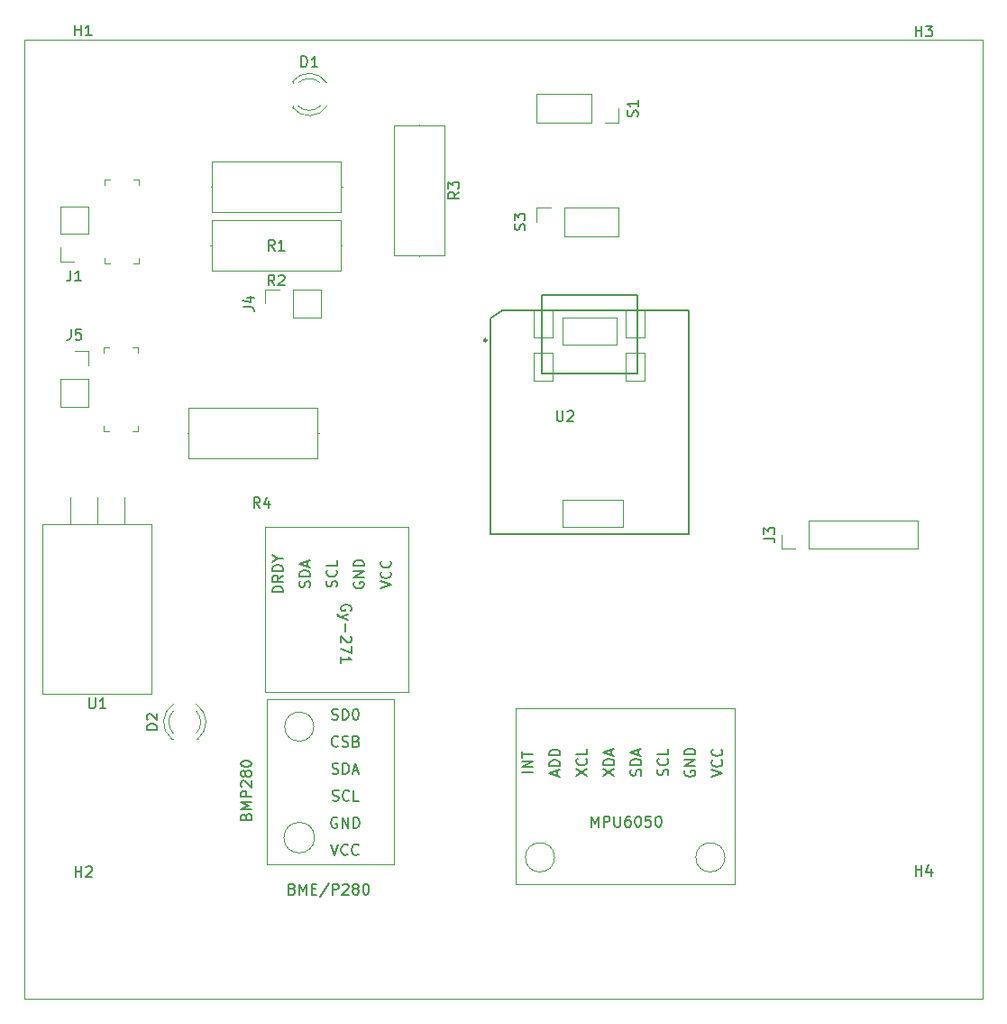
<source format=gbr>
%TF.GenerationSoftware,KiCad,Pcbnew,(7.0.0)*%
%TF.CreationDate,2023-11-26T16:52:19-05:00*%
%TF.ProjectId,santiago,73616e74-6961-4676-9f2e-6b696361645f,rev?*%
%TF.SameCoordinates,Original*%
%TF.FileFunction,Legend,Top*%
%TF.FilePolarity,Positive*%
%FSLAX46Y46*%
G04 Gerber Fmt 4.6, Leading zero omitted, Abs format (unit mm)*
G04 Created by KiCad (PCBNEW (7.0.0)) date 2023-11-26 16:52:19*
%MOMM*%
%LPD*%
G01*
G04 APERTURE LIST*
%ADD10C,0.150000*%
%ADD11C,0.120000*%
%ADD12C,0.127000*%
%ADD13C,0.066040*%
%ADD14C,0.254000*%
%ADD15C,0.100000*%
%TA.AperFunction,Profile*%
%ADD16C,0.100000*%
%TD*%
G04 APERTURE END LIST*
D10*
%TO.C,S3*%
X119484761Y-55092904D02*
X119532380Y-54950047D01*
X119532380Y-54950047D02*
X119532380Y-54711952D01*
X119532380Y-54711952D02*
X119484761Y-54616714D01*
X119484761Y-54616714D02*
X119437142Y-54569095D01*
X119437142Y-54569095D02*
X119341904Y-54521476D01*
X119341904Y-54521476D02*
X119246666Y-54521476D01*
X119246666Y-54521476D02*
X119151428Y-54569095D01*
X119151428Y-54569095D02*
X119103809Y-54616714D01*
X119103809Y-54616714D02*
X119056190Y-54711952D01*
X119056190Y-54711952D02*
X119008571Y-54902428D01*
X119008571Y-54902428D02*
X118960952Y-54997666D01*
X118960952Y-54997666D02*
X118913333Y-55045285D01*
X118913333Y-55045285D02*
X118818095Y-55092904D01*
X118818095Y-55092904D02*
X118722857Y-55092904D01*
X118722857Y-55092904D02*
X118627619Y-55045285D01*
X118627619Y-55045285D02*
X118580000Y-54997666D01*
X118580000Y-54997666D02*
X118532380Y-54902428D01*
X118532380Y-54902428D02*
X118532380Y-54664333D01*
X118532380Y-54664333D02*
X118580000Y-54521476D01*
X118532380Y-54188142D02*
X118532380Y-53569095D01*
X118532380Y-53569095D02*
X118913333Y-53902428D01*
X118913333Y-53902428D02*
X118913333Y-53759571D01*
X118913333Y-53759571D02*
X118960952Y-53664333D01*
X118960952Y-53664333D02*
X119008571Y-53616714D01*
X119008571Y-53616714D02*
X119103809Y-53569095D01*
X119103809Y-53569095D02*
X119341904Y-53569095D01*
X119341904Y-53569095D02*
X119437142Y-53616714D01*
X119437142Y-53616714D02*
X119484761Y-53664333D01*
X119484761Y-53664333D02*
X119532380Y-53759571D01*
X119532380Y-53759571D02*
X119532380Y-54045285D01*
X119532380Y-54045285D02*
X119484761Y-54140523D01*
X119484761Y-54140523D02*
X119437142Y-54188142D01*
%TO.C,U1*%
X78598095Y-98987380D02*
X78598095Y-99796904D01*
X78598095Y-99796904D02*
X78645714Y-99892142D01*
X78645714Y-99892142D02*
X78693333Y-99939761D01*
X78693333Y-99939761D02*
X78788571Y-99987380D01*
X78788571Y-99987380D02*
X78979047Y-99987380D01*
X78979047Y-99987380D02*
X79074285Y-99939761D01*
X79074285Y-99939761D02*
X79121904Y-99892142D01*
X79121904Y-99892142D02*
X79169523Y-99796904D01*
X79169523Y-99796904D02*
X79169523Y-98987380D01*
X80169523Y-99987380D02*
X79598095Y-99987380D01*
X79883809Y-99987380D02*
X79883809Y-98987380D01*
X79883809Y-98987380D02*
X79788571Y-99130238D01*
X79788571Y-99130238D02*
X79693333Y-99225476D01*
X79693333Y-99225476D02*
X79598095Y-99273095D01*
%TO.C,Gy-271*%
X103202000Y-90811333D02*
X103249619Y-90716095D01*
X103249619Y-90716095D02*
X103249619Y-90573238D01*
X103249619Y-90573238D02*
X103202000Y-90430381D01*
X103202000Y-90430381D02*
X103106761Y-90335143D01*
X103106761Y-90335143D02*
X103011523Y-90287524D01*
X103011523Y-90287524D02*
X102821047Y-90239905D01*
X102821047Y-90239905D02*
X102678190Y-90239905D01*
X102678190Y-90239905D02*
X102487714Y-90287524D01*
X102487714Y-90287524D02*
X102392476Y-90335143D01*
X102392476Y-90335143D02*
X102297238Y-90430381D01*
X102297238Y-90430381D02*
X102249619Y-90573238D01*
X102249619Y-90573238D02*
X102249619Y-90668476D01*
X102249619Y-90668476D02*
X102297238Y-90811333D01*
X102297238Y-90811333D02*
X102344857Y-90858952D01*
X102344857Y-90858952D02*
X102678190Y-90858952D01*
X102678190Y-90858952D02*
X102678190Y-90668476D01*
X102916285Y-91192286D02*
X102249619Y-91430381D01*
X102916285Y-91668476D02*
X102249619Y-91430381D01*
X102249619Y-91430381D02*
X102011523Y-91335143D01*
X102011523Y-91335143D02*
X101963904Y-91287524D01*
X101963904Y-91287524D02*
X101916285Y-91192286D01*
X102630571Y-92049429D02*
X102630571Y-92811334D01*
X103154380Y-93239905D02*
X103202000Y-93287524D01*
X103202000Y-93287524D02*
X103249619Y-93382762D01*
X103249619Y-93382762D02*
X103249619Y-93620857D01*
X103249619Y-93620857D02*
X103202000Y-93716095D01*
X103202000Y-93716095D02*
X103154380Y-93763714D01*
X103154380Y-93763714D02*
X103059142Y-93811333D01*
X103059142Y-93811333D02*
X102963904Y-93811333D01*
X102963904Y-93811333D02*
X102821047Y-93763714D01*
X102821047Y-93763714D02*
X102249619Y-93192286D01*
X102249619Y-93192286D02*
X102249619Y-93811333D01*
X103249619Y-94144667D02*
X103249619Y-94811333D01*
X103249619Y-94811333D02*
X102249619Y-94382762D01*
X102249619Y-95716095D02*
X102249619Y-95144667D01*
X102249619Y-95430381D02*
X103249619Y-95430381D01*
X103249619Y-95430381D02*
X103106761Y-95335143D01*
X103106761Y-95335143D02*
X103011523Y-95239905D01*
X103011523Y-95239905D02*
X102963904Y-95144667D01*
X96815380Y-89086475D02*
X95815380Y-89086475D01*
X95815380Y-89086475D02*
X95815380Y-88848380D01*
X95815380Y-88848380D02*
X95863000Y-88705523D01*
X95863000Y-88705523D02*
X95958238Y-88610285D01*
X95958238Y-88610285D02*
X96053476Y-88562666D01*
X96053476Y-88562666D02*
X96243952Y-88515047D01*
X96243952Y-88515047D02*
X96386809Y-88515047D01*
X96386809Y-88515047D02*
X96577285Y-88562666D01*
X96577285Y-88562666D02*
X96672523Y-88610285D01*
X96672523Y-88610285D02*
X96767761Y-88705523D01*
X96767761Y-88705523D02*
X96815380Y-88848380D01*
X96815380Y-88848380D02*
X96815380Y-89086475D01*
X96815380Y-87515047D02*
X96339190Y-87848380D01*
X96815380Y-88086475D02*
X95815380Y-88086475D01*
X95815380Y-88086475D02*
X95815380Y-87705523D01*
X95815380Y-87705523D02*
X95863000Y-87610285D01*
X95863000Y-87610285D02*
X95910619Y-87562666D01*
X95910619Y-87562666D02*
X96005857Y-87515047D01*
X96005857Y-87515047D02*
X96148714Y-87515047D01*
X96148714Y-87515047D02*
X96243952Y-87562666D01*
X96243952Y-87562666D02*
X96291571Y-87610285D01*
X96291571Y-87610285D02*
X96339190Y-87705523D01*
X96339190Y-87705523D02*
X96339190Y-88086475D01*
X96815380Y-87086475D02*
X95815380Y-87086475D01*
X95815380Y-87086475D02*
X95815380Y-86848380D01*
X95815380Y-86848380D02*
X95863000Y-86705523D01*
X95863000Y-86705523D02*
X95958238Y-86610285D01*
X95958238Y-86610285D02*
X96053476Y-86562666D01*
X96053476Y-86562666D02*
X96243952Y-86515047D01*
X96243952Y-86515047D02*
X96386809Y-86515047D01*
X96386809Y-86515047D02*
X96577285Y-86562666D01*
X96577285Y-86562666D02*
X96672523Y-86610285D01*
X96672523Y-86610285D02*
X96767761Y-86705523D01*
X96767761Y-86705523D02*
X96815380Y-86848380D01*
X96815380Y-86848380D02*
X96815380Y-87086475D01*
X96339190Y-85895999D02*
X96815380Y-85895999D01*
X95815380Y-86229332D02*
X96339190Y-85895999D01*
X96339190Y-85895999D02*
X95815380Y-85562666D01*
X105975380Y-88729332D02*
X106975380Y-88395999D01*
X106975380Y-88395999D02*
X105975380Y-88062666D01*
X106880142Y-87157904D02*
X106927761Y-87205523D01*
X106927761Y-87205523D02*
X106975380Y-87348380D01*
X106975380Y-87348380D02*
X106975380Y-87443618D01*
X106975380Y-87443618D02*
X106927761Y-87586475D01*
X106927761Y-87586475D02*
X106832523Y-87681713D01*
X106832523Y-87681713D02*
X106737285Y-87729332D01*
X106737285Y-87729332D02*
X106546809Y-87776951D01*
X106546809Y-87776951D02*
X106403952Y-87776951D01*
X106403952Y-87776951D02*
X106213476Y-87729332D01*
X106213476Y-87729332D02*
X106118238Y-87681713D01*
X106118238Y-87681713D02*
X106023000Y-87586475D01*
X106023000Y-87586475D02*
X105975380Y-87443618D01*
X105975380Y-87443618D02*
X105975380Y-87348380D01*
X105975380Y-87348380D02*
X106023000Y-87205523D01*
X106023000Y-87205523D02*
X106070619Y-87157904D01*
X106880142Y-86157904D02*
X106927761Y-86205523D01*
X106927761Y-86205523D02*
X106975380Y-86348380D01*
X106975380Y-86348380D02*
X106975380Y-86443618D01*
X106975380Y-86443618D02*
X106927761Y-86586475D01*
X106927761Y-86586475D02*
X106832523Y-86681713D01*
X106832523Y-86681713D02*
X106737285Y-86729332D01*
X106737285Y-86729332D02*
X106546809Y-86776951D01*
X106546809Y-86776951D02*
X106403952Y-86776951D01*
X106403952Y-86776951D02*
X106213476Y-86729332D01*
X106213476Y-86729332D02*
X106118238Y-86681713D01*
X106118238Y-86681713D02*
X106023000Y-86586475D01*
X106023000Y-86586475D02*
X105975380Y-86443618D01*
X105975380Y-86443618D02*
X105975380Y-86348380D01*
X105975380Y-86348380D02*
X106023000Y-86205523D01*
X106023000Y-86205523D02*
X106070619Y-86157904D01*
X101847761Y-88586475D02*
X101895380Y-88443618D01*
X101895380Y-88443618D02*
X101895380Y-88205523D01*
X101895380Y-88205523D02*
X101847761Y-88110285D01*
X101847761Y-88110285D02*
X101800142Y-88062666D01*
X101800142Y-88062666D02*
X101704904Y-88015047D01*
X101704904Y-88015047D02*
X101609666Y-88015047D01*
X101609666Y-88015047D02*
X101514428Y-88062666D01*
X101514428Y-88062666D02*
X101466809Y-88110285D01*
X101466809Y-88110285D02*
X101419190Y-88205523D01*
X101419190Y-88205523D02*
X101371571Y-88395999D01*
X101371571Y-88395999D02*
X101323952Y-88491237D01*
X101323952Y-88491237D02*
X101276333Y-88538856D01*
X101276333Y-88538856D02*
X101181095Y-88586475D01*
X101181095Y-88586475D02*
X101085857Y-88586475D01*
X101085857Y-88586475D02*
X100990619Y-88538856D01*
X100990619Y-88538856D02*
X100943000Y-88491237D01*
X100943000Y-88491237D02*
X100895380Y-88395999D01*
X100895380Y-88395999D02*
X100895380Y-88157904D01*
X100895380Y-88157904D02*
X100943000Y-88015047D01*
X101800142Y-87015047D02*
X101847761Y-87062666D01*
X101847761Y-87062666D02*
X101895380Y-87205523D01*
X101895380Y-87205523D02*
X101895380Y-87300761D01*
X101895380Y-87300761D02*
X101847761Y-87443618D01*
X101847761Y-87443618D02*
X101752523Y-87538856D01*
X101752523Y-87538856D02*
X101657285Y-87586475D01*
X101657285Y-87586475D02*
X101466809Y-87634094D01*
X101466809Y-87634094D02*
X101323952Y-87634094D01*
X101323952Y-87634094D02*
X101133476Y-87586475D01*
X101133476Y-87586475D02*
X101038238Y-87538856D01*
X101038238Y-87538856D02*
X100943000Y-87443618D01*
X100943000Y-87443618D02*
X100895380Y-87300761D01*
X100895380Y-87300761D02*
X100895380Y-87205523D01*
X100895380Y-87205523D02*
X100943000Y-87062666D01*
X100943000Y-87062666D02*
X100990619Y-87015047D01*
X101895380Y-86110285D02*
X101895380Y-86586475D01*
X101895380Y-86586475D02*
X100895380Y-86586475D01*
X103483000Y-88157904D02*
X103435380Y-88253142D01*
X103435380Y-88253142D02*
X103435380Y-88395999D01*
X103435380Y-88395999D02*
X103483000Y-88538856D01*
X103483000Y-88538856D02*
X103578238Y-88634094D01*
X103578238Y-88634094D02*
X103673476Y-88681713D01*
X103673476Y-88681713D02*
X103863952Y-88729332D01*
X103863952Y-88729332D02*
X104006809Y-88729332D01*
X104006809Y-88729332D02*
X104197285Y-88681713D01*
X104197285Y-88681713D02*
X104292523Y-88634094D01*
X104292523Y-88634094D02*
X104387761Y-88538856D01*
X104387761Y-88538856D02*
X104435380Y-88395999D01*
X104435380Y-88395999D02*
X104435380Y-88300761D01*
X104435380Y-88300761D02*
X104387761Y-88157904D01*
X104387761Y-88157904D02*
X104340142Y-88110285D01*
X104340142Y-88110285D02*
X104006809Y-88110285D01*
X104006809Y-88110285D02*
X104006809Y-88300761D01*
X104435380Y-87681713D02*
X103435380Y-87681713D01*
X103435380Y-87681713D02*
X104435380Y-87110285D01*
X104435380Y-87110285D02*
X103435380Y-87110285D01*
X104435380Y-86634094D02*
X103435380Y-86634094D01*
X103435380Y-86634094D02*
X103435380Y-86395999D01*
X103435380Y-86395999D02*
X103483000Y-86253142D01*
X103483000Y-86253142D02*
X103578238Y-86157904D01*
X103578238Y-86157904D02*
X103673476Y-86110285D01*
X103673476Y-86110285D02*
X103863952Y-86062666D01*
X103863952Y-86062666D02*
X104006809Y-86062666D01*
X104006809Y-86062666D02*
X104197285Y-86110285D01*
X104197285Y-86110285D02*
X104292523Y-86157904D01*
X104292523Y-86157904D02*
X104387761Y-86253142D01*
X104387761Y-86253142D02*
X104435380Y-86395999D01*
X104435380Y-86395999D02*
X104435380Y-86634094D01*
X99307761Y-88610285D02*
X99355380Y-88467428D01*
X99355380Y-88467428D02*
X99355380Y-88229333D01*
X99355380Y-88229333D02*
X99307761Y-88134095D01*
X99307761Y-88134095D02*
X99260142Y-88086476D01*
X99260142Y-88086476D02*
X99164904Y-88038857D01*
X99164904Y-88038857D02*
X99069666Y-88038857D01*
X99069666Y-88038857D02*
X98974428Y-88086476D01*
X98974428Y-88086476D02*
X98926809Y-88134095D01*
X98926809Y-88134095D02*
X98879190Y-88229333D01*
X98879190Y-88229333D02*
X98831571Y-88419809D01*
X98831571Y-88419809D02*
X98783952Y-88515047D01*
X98783952Y-88515047D02*
X98736333Y-88562666D01*
X98736333Y-88562666D02*
X98641095Y-88610285D01*
X98641095Y-88610285D02*
X98545857Y-88610285D01*
X98545857Y-88610285D02*
X98450619Y-88562666D01*
X98450619Y-88562666D02*
X98403000Y-88515047D01*
X98403000Y-88515047D02*
X98355380Y-88419809D01*
X98355380Y-88419809D02*
X98355380Y-88181714D01*
X98355380Y-88181714D02*
X98403000Y-88038857D01*
X99355380Y-87610285D02*
X98355380Y-87610285D01*
X98355380Y-87610285D02*
X98355380Y-87372190D01*
X98355380Y-87372190D02*
X98403000Y-87229333D01*
X98403000Y-87229333D02*
X98498238Y-87134095D01*
X98498238Y-87134095D02*
X98593476Y-87086476D01*
X98593476Y-87086476D02*
X98783952Y-87038857D01*
X98783952Y-87038857D02*
X98926809Y-87038857D01*
X98926809Y-87038857D02*
X99117285Y-87086476D01*
X99117285Y-87086476D02*
X99212523Y-87134095D01*
X99212523Y-87134095D02*
X99307761Y-87229333D01*
X99307761Y-87229333D02*
X99355380Y-87372190D01*
X99355380Y-87372190D02*
X99355380Y-87610285D01*
X99069666Y-86657904D02*
X99069666Y-86181714D01*
X99355380Y-86753142D02*
X98355380Y-86419809D01*
X98355380Y-86419809D02*
X99355380Y-86086476D01*
%TO.C,U2*%
X122518095Y-72047380D02*
X122518095Y-72856904D01*
X122518095Y-72856904D02*
X122565714Y-72952142D01*
X122565714Y-72952142D02*
X122613333Y-72999761D01*
X122613333Y-72999761D02*
X122708571Y-73047380D01*
X122708571Y-73047380D02*
X122899047Y-73047380D01*
X122899047Y-73047380D02*
X122994285Y-72999761D01*
X122994285Y-72999761D02*
X123041904Y-72952142D01*
X123041904Y-72952142D02*
X123089523Y-72856904D01*
X123089523Y-72856904D02*
X123089523Y-72047380D01*
X123518095Y-72142619D02*
X123565714Y-72095000D01*
X123565714Y-72095000D02*
X123660952Y-72047380D01*
X123660952Y-72047380D02*
X123899047Y-72047380D01*
X123899047Y-72047380D02*
X123994285Y-72095000D01*
X123994285Y-72095000D02*
X124041904Y-72142619D01*
X124041904Y-72142619D02*
X124089523Y-72237857D01*
X124089523Y-72237857D02*
X124089523Y-72333095D01*
X124089523Y-72333095D02*
X124041904Y-72475952D01*
X124041904Y-72475952D02*
X123470476Y-73047380D01*
X123470476Y-73047380D02*
X124089523Y-73047380D01*
%TO.C,R4*%
X94641333Y-81169380D02*
X94308000Y-80693190D01*
X94069905Y-81169380D02*
X94069905Y-80169380D01*
X94069905Y-80169380D02*
X94450857Y-80169380D01*
X94450857Y-80169380D02*
X94546095Y-80217000D01*
X94546095Y-80217000D02*
X94593714Y-80264619D01*
X94593714Y-80264619D02*
X94641333Y-80359857D01*
X94641333Y-80359857D02*
X94641333Y-80502714D01*
X94641333Y-80502714D02*
X94593714Y-80597952D01*
X94593714Y-80597952D02*
X94546095Y-80645571D01*
X94546095Y-80645571D02*
X94450857Y-80693190D01*
X94450857Y-80693190D02*
X94069905Y-80693190D01*
X95498476Y-80502714D02*
X95498476Y-81169380D01*
X95260381Y-80121761D02*
X95022286Y-80836047D01*
X95022286Y-80836047D02*
X95641333Y-80836047D01*
%TO.C,R3*%
X113334260Y-51529486D02*
X112858070Y-51862819D01*
X113334260Y-52100914D02*
X112334260Y-52100914D01*
X112334260Y-52100914D02*
X112334260Y-51719962D01*
X112334260Y-51719962D02*
X112381880Y-51624724D01*
X112381880Y-51624724D02*
X112429499Y-51577105D01*
X112429499Y-51577105D02*
X112524737Y-51529486D01*
X112524737Y-51529486D02*
X112667594Y-51529486D01*
X112667594Y-51529486D02*
X112762832Y-51577105D01*
X112762832Y-51577105D02*
X112810451Y-51624724D01*
X112810451Y-51624724D02*
X112858070Y-51719962D01*
X112858070Y-51719962D02*
X112858070Y-52100914D01*
X112334260Y-51196152D02*
X112334260Y-50577105D01*
X112334260Y-50577105D02*
X112715213Y-50910438D01*
X112715213Y-50910438D02*
X112715213Y-50767581D01*
X112715213Y-50767581D02*
X112762832Y-50672343D01*
X112762832Y-50672343D02*
X112810451Y-50624724D01*
X112810451Y-50624724D02*
X112905689Y-50577105D01*
X112905689Y-50577105D02*
X113143784Y-50577105D01*
X113143784Y-50577105D02*
X113239022Y-50624724D01*
X113239022Y-50624724D02*
X113286641Y-50672343D01*
X113286641Y-50672343D02*
X113334260Y-50767581D01*
X113334260Y-50767581D02*
X113334260Y-51053295D01*
X113334260Y-51053295D02*
X113286641Y-51148533D01*
X113286641Y-51148533D02*
X113239022Y-51196152D01*
%TO.C,D2*%
X84987380Y-102023094D02*
X83987380Y-102023094D01*
X83987380Y-102023094D02*
X83987380Y-101784999D01*
X83987380Y-101784999D02*
X84035000Y-101642142D01*
X84035000Y-101642142D02*
X84130238Y-101546904D01*
X84130238Y-101546904D02*
X84225476Y-101499285D01*
X84225476Y-101499285D02*
X84415952Y-101451666D01*
X84415952Y-101451666D02*
X84558809Y-101451666D01*
X84558809Y-101451666D02*
X84749285Y-101499285D01*
X84749285Y-101499285D02*
X84844523Y-101546904D01*
X84844523Y-101546904D02*
X84939761Y-101642142D01*
X84939761Y-101642142D02*
X84987380Y-101784999D01*
X84987380Y-101784999D02*
X84987380Y-102023094D01*
X84082619Y-101070713D02*
X84035000Y-101023094D01*
X84035000Y-101023094D02*
X83987380Y-100927856D01*
X83987380Y-100927856D02*
X83987380Y-100689761D01*
X83987380Y-100689761D02*
X84035000Y-100594523D01*
X84035000Y-100594523D02*
X84082619Y-100546904D01*
X84082619Y-100546904D02*
X84177857Y-100499285D01*
X84177857Y-100499285D02*
X84273095Y-100499285D01*
X84273095Y-100499285D02*
X84415952Y-100546904D01*
X84415952Y-100546904D02*
X84987380Y-101118332D01*
X84987380Y-101118332D02*
X84987380Y-100499285D01*
%TO.C,D1*%
X98526905Y-39787380D02*
X98526905Y-38787380D01*
X98526905Y-38787380D02*
X98765000Y-38787380D01*
X98765000Y-38787380D02*
X98907857Y-38835000D01*
X98907857Y-38835000D02*
X99003095Y-38930238D01*
X99003095Y-38930238D02*
X99050714Y-39025476D01*
X99050714Y-39025476D02*
X99098333Y-39215952D01*
X99098333Y-39215952D02*
X99098333Y-39358809D01*
X99098333Y-39358809D02*
X99050714Y-39549285D01*
X99050714Y-39549285D02*
X99003095Y-39644523D01*
X99003095Y-39644523D02*
X98907857Y-39739761D01*
X98907857Y-39739761D02*
X98765000Y-39787380D01*
X98765000Y-39787380D02*
X98526905Y-39787380D01*
X100050714Y-39787380D02*
X99479286Y-39787380D01*
X99765000Y-39787380D02*
X99765000Y-38787380D01*
X99765000Y-38787380D02*
X99669762Y-38930238D01*
X99669762Y-38930238D02*
X99574524Y-39025476D01*
X99574524Y-39025476D02*
X99479286Y-39073095D01*
%TO.C,H3*%
X156208095Y-36927380D02*
X156208095Y-35927380D01*
X156208095Y-36403571D02*
X156779523Y-36403571D01*
X156779523Y-36927380D02*
X156779523Y-35927380D01*
X157160476Y-35927380D02*
X157779523Y-35927380D01*
X157779523Y-35927380D02*
X157446190Y-36308333D01*
X157446190Y-36308333D02*
X157589047Y-36308333D01*
X157589047Y-36308333D02*
X157684285Y-36355952D01*
X157684285Y-36355952D02*
X157731904Y-36403571D01*
X157731904Y-36403571D02*
X157779523Y-36498809D01*
X157779523Y-36498809D02*
X157779523Y-36736904D01*
X157779523Y-36736904D02*
X157731904Y-36832142D01*
X157731904Y-36832142D02*
X157684285Y-36879761D01*
X157684285Y-36879761D02*
X157589047Y-36927380D01*
X157589047Y-36927380D02*
X157303333Y-36927380D01*
X157303333Y-36927380D02*
X157208095Y-36879761D01*
X157208095Y-36879761D02*
X157160476Y-36832142D01*
%TO.C,H1*%
X77278095Y-36847380D02*
X77278095Y-35847380D01*
X77278095Y-36323571D02*
X77849523Y-36323571D01*
X77849523Y-36847380D02*
X77849523Y-35847380D01*
X78849523Y-36847380D02*
X78278095Y-36847380D01*
X78563809Y-36847380D02*
X78563809Y-35847380D01*
X78563809Y-35847380D02*
X78468571Y-35990238D01*
X78468571Y-35990238D02*
X78373333Y-36085476D01*
X78373333Y-36085476D02*
X78278095Y-36133095D01*
%TO.C,H2*%
X77298095Y-115817380D02*
X77298095Y-114817380D01*
X77298095Y-115293571D02*
X77869523Y-115293571D01*
X77869523Y-115817380D02*
X77869523Y-114817380D01*
X78298095Y-114912619D02*
X78345714Y-114865000D01*
X78345714Y-114865000D02*
X78440952Y-114817380D01*
X78440952Y-114817380D02*
X78679047Y-114817380D01*
X78679047Y-114817380D02*
X78774285Y-114865000D01*
X78774285Y-114865000D02*
X78821904Y-114912619D01*
X78821904Y-114912619D02*
X78869523Y-115007857D01*
X78869523Y-115007857D02*
X78869523Y-115103095D01*
X78869523Y-115103095D02*
X78821904Y-115245952D01*
X78821904Y-115245952D02*
X78250476Y-115817380D01*
X78250476Y-115817380D02*
X78869523Y-115817380D01*
%TO.C,H4*%
X156218095Y-115687380D02*
X156218095Y-114687380D01*
X156218095Y-115163571D02*
X156789523Y-115163571D01*
X156789523Y-115687380D02*
X156789523Y-114687380D01*
X157694285Y-115020714D02*
X157694285Y-115687380D01*
X157456190Y-114639761D02*
X157218095Y-115354047D01*
X157218095Y-115354047D02*
X157837142Y-115354047D01*
%TO.C,S1*%
X130089761Y-44449904D02*
X130137380Y-44307047D01*
X130137380Y-44307047D02*
X130137380Y-44068952D01*
X130137380Y-44068952D02*
X130089761Y-43973714D01*
X130089761Y-43973714D02*
X130042142Y-43926095D01*
X130042142Y-43926095D02*
X129946904Y-43878476D01*
X129946904Y-43878476D02*
X129851666Y-43878476D01*
X129851666Y-43878476D02*
X129756428Y-43926095D01*
X129756428Y-43926095D02*
X129708809Y-43973714D01*
X129708809Y-43973714D02*
X129661190Y-44068952D01*
X129661190Y-44068952D02*
X129613571Y-44259428D01*
X129613571Y-44259428D02*
X129565952Y-44354666D01*
X129565952Y-44354666D02*
X129518333Y-44402285D01*
X129518333Y-44402285D02*
X129423095Y-44449904D01*
X129423095Y-44449904D02*
X129327857Y-44449904D01*
X129327857Y-44449904D02*
X129232619Y-44402285D01*
X129232619Y-44402285D02*
X129185000Y-44354666D01*
X129185000Y-44354666D02*
X129137380Y-44259428D01*
X129137380Y-44259428D02*
X129137380Y-44021333D01*
X129137380Y-44021333D02*
X129185000Y-43878476D01*
X130137380Y-42926095D02*
X130137380Y-43497523D01*
X130137380Y-43211809D02*
X129137380Y-43211809D01*
X129137380Y-43211809D02*
X129280238Y-43307047D01*
X129280238Y-43307047D02*
X129375476Y-43402285D01*
X129375476Y-43402285D02*
X129423095Y-43497523D01*
%TO.C,R2*%
X96003333Y-60307380D02*
X95670000Y-59831190D01*
X95431905Y-60307380D02*
X95431905Y-59307380D01*
X95431905Y-59307380D02*
X95812857Y-59307380D01*
X95812857Y-59307380D02*
X95908095Y-59355000D01*
X95908095Y-59355000D02*
X95955714Y-59402619D01*
X95955714Y-59402619D02*
X96003333Y-59497857D01*
X96003333Y-59497857D02*
X96003333Y-59640714D01*
X96003333Y-59640714D02*
X95955714Y-59735952D01*
X95955714Y-59735952D02*
X95908095Y-59783571D01*
X95908095Y-59783571D02*
X95812857Y-59831190D01*
X95812857Y-59831190D02*
X95431905Y-59831190D01*
X96384286Y-59402619D02*
X96431905Y-59355000D01*
X96431905Y-59355000D02*
X96527143Y-59307380D01*
X96527143Y-59307380D02*
X96765238Y-59307380D01*
X96765238Y-59307380D02*
X96860476Y-59355000D01*
X96860476Y-59355000D02*
X96908095Y-59402619D01*
X96908095Y-59402619D02*
X96955714Y-59497857D01*
X96955714Y-59497857D02*
X96955714Y-59593095D01*
X96955714Y-59593095D02*
X96908095Y-59735952D01*
X96908095Y-59735952D02*
X96336667Y-60307380D01*
X96336667Y-60307380D02*
X96955714Y-60307380D01*
%TO.C,R1*%
X96013333Y-57009380D02*
X95680000Y-56533190D01*
X95441905Y-57009380D02*
X95441905Y-56009380D01*
X95441905Y-56009380D02*
X95822857Y-56009380D01*
X95822857Y-56009380D02*
X95918095Y-56057000D01*
X95918095Y-56057000D02*
X95965714Y-56104619D01*
X95965714Y-56104619D02*
X96013333Y-56199857D01*
X96013333Y-56199857D02*
X96013333Y-56342714D01*
X96013333Y-56342714D02*
X95965714Y-56437952D01*
X95965714Y-56437952D02*
X95918095Y-56485571D01*
X95918095Y-56485571D02*
X95822857Y-56533190D01*
X95822857Y-56533190D02*
X95441905Y-56533190D01*
X96965714Y-57009380D02*
X96394286Y-57009380D01*
X96680000Y-57009380D02*
X96680000Y-56009380D01*
X96680000Y-56009380D02*
X96584762Y-56152238D01*
X96584762Y-56152238D02*
X96489524Y-56247476D01*
X96489524Y-56247476D02*
X96394286Y-56295095D01*
%TO.C,MPU6050*%
X125770095Y-111111380D02*
X125770095Y-110111380D01*
X125770095Y-110111380D02*
X126103428Y-110825666D01*
X126103428Y-110825666D02*
X126436761Y-110111380D01*
X126436761Y-110111380D02*
X126436761Y-111111380D01*
X126912952Y-111111380D02*
X126912952Y-110111380D01*
X126912952Y-110111380D02*
X127293904Y-110111380D01*
X127293904Y-110111380D02*
X127389142Y-110159000D01*
X127389142Y-110159000D02*
X127436761Y-110206619D01*
X127436761Y-110206619D02*
X127484380Y-110301857D01*
X127484380Y-110301857D02*
X127484380Y-110444714D01*
X127484380Y-110444714D02*
X127436761Y-110539952D01*
X127436761Y-110539952D02*
X127389142Y-110587571D01*
X127389142Y-110587571D02*
X127293904Y-110635190D01*
X127293904Y-110635190D02*
X126912952Y-110635190D01*
X127912952Y-110111380D02*
X127912952Y-110920904D01*
X127912952Y-110920904D02*
X127960571Y-111016142D01*
X127960571Y-111016142D02*
X128008190Y-111063761D01*
X128008190Y-111063761D02*
X128103428Y-111111380D01*
X128103428Y-111111380D02*
X128293904Y-111111380D01*
X128293904Y-111111380D02*
X128389142Y-111063761D01*
X128389142Y-111063761D02*
X128436761Y-111016142D01*
X128436761Y-111016142D02*
X128484380Y-110920904D01*
X128484380Y-110920904D02*
X128484380Y-110111380D01*
X129389142Y-110111380D02*
X129198666Y-110111380D01*
X129198666Y-110111380D02*
X129103428Y-110159000D01*
X129103428Y-110159000D02*
X129055809Y-110206619D01*
X129055809Y-110206619D02*
X128960571Y-110349476D01*
X128960571Y-110349476D02*
X128912952Y-110539952D01*
X128912952Y-110539952D02*
X128912952Y-110920904D01*
X128912952Y-110920904D02*
X128960571Y-111016142D01*
X128960571Y-111016142D02*
X129008190Y-111063761D01*
X129008190Y-111063761D02*
X129103428Y-111111380D01*
X129103428Y-111111380D02*
X129293904Y-111111380D01*
X129293904Y-111111380D02*
X129389142Y-111063761D01*
X129389142Y-111063761D02*
X129436761Y-111016142D01*
X129436761Y-111016142D02*
X129484380Y-110920904D01*
X129484380Y-110920904D02*
X129484380Y-110682809D01*
X129484380Y-110682809D02*
X129436761Y-110587571D01*
X129436761Y-110587571D02*
X129389142Y-110539952D01*
X129389142Y-110539952D02*
X129293904Y-110492333D01*
X129293904Y-110492333D02*
X129103428Y-110492333D01*
X129103428Y-110492333D02*
X129008190Y-110539952D01*
X129008190Y-110539952D02*
X128960571Y-110587571D01*
X128960571Y-110587571D02*
X128912952Y-110682809D01*
X130103428Y-110111380D02*
X130198666Y-110111380D01*
X130198666Y-110111380D02*
X130293904Y-110159000D01*
X130293904Y-110159000D02*
X130341523Y-110206619D01*
X130341523Y-110206619D02*
X130389142Y-110301857D01*
X130389142Y-110301857D02*
X130436761Y-110492333D01*
X130436761Y-110492333D02*
X130436761Y-110730428D01*
X130436761Y-110730428D02*
X130389142Y-110920904D01*
X130389142Y-110920904D02*
X130341523Y-111016142D01*
X130341523Y-111016142D02*
X130293904Y-111063761D01*
X130293904Y-111063761D02*
X130198666Y-111111380D01*
X130198666Y-111111380D02*
X130103428Y-111111380D01*
X130103428Y-111111380D02*
X130008190Y-111063761D01*
X130008190Y-111063761D02*
X129960571Y-111016142D01*
X129960571Y-111016142D02*
X129912952Y-110920904D01*
X129912952Y-110920904D02*
X129865333Y-110730428D01*
X129865333Y-110730428D02*
X129865333Y-110492333D01*
X129865333Y-110492333D02*
X129912952Y-110301857D01*
X129912952Y-110301857D02*
X129960571Y-110206619D01*
X129960571Y-110206619D02*
X130008190Y-110159000D01*
X130008190Y-110159000D02*
X130103428Y-110111380D01*
X131341523Y-110111380D02*
X130865333Y-110111380D01*
X130865333Y-110111380D02*
X130817714Y-110587571D01*
X130817714Y-110587571D02*
X130865333Y-110539952D01*
X130865333Y-110539952D02*
X130960571Y-110492333D01*
X130960571Y-110492333D02*
X131198666Y-110492333D01*
X131198666Y-110492333D02*
X131293904Y-110539952D01*
X131293904Y-110539952D02*
X131341523Y-110587571D01*
X131341523Y-110587571D02*
X131389142Y-110682809D01*
X131389142Y-110682809D02*
X131389142Y-110920904D01*
X131389142Y-110920904D02*
X131341523Y-111016142D01*
X131341523Y-111016142D02*
X131293904Y-111063761D01*
X131293904Y-111063761D02*
X131198666Y-111111380D01*
X131198666Y-111111380D02*
X130960571Y-111111380D01*
X130960571Y-111111380D02*
X130865333Y-111063761D01*
X130865333Y-111063761D02*
X130817714Y-111016142D01*
X132008190Y-110111380D02*
X132103428Y-110111380D01*
X132103428Y-110111380D02*
X132198666Y-110159000D01*
X132198666Y-110159000D02*
X132246285Y-110206619D01*
X132246285Y-110206619D02*
X132293904Y-110301857D01*
X132293904Y-110301857D02*
X132341523Y-110492333D01*
X132341523Y-110492333D02*
X132341523Y-110730428D01*
X132341523Y-110730428D02*
X132293904Y-110920904D01*
X132293904Y-110920904D02*
X132246285Y-111016142D01*
X132246285Y-111016142D02*
X132198666Y-111063761D01*
X132198666Y-111063761D02*
X132103428Y-111111380D01*
X132103428Y-111111380D02*
X132008190Y-111111380D01*
X132008190Y-111111380D02*
X131912952Y-111063761D01*
X131912952Y-111063761D02*
X131865333Y-111016142D01*
X131865333Y-111016142D02*
X131817714Y-110920904D01*
X131817714Y-110920904D02*
X131770095Y-110730428D01*
X131770095Y-110730428D02*
X131770095Y-110492333D01*
X131770095Y-110492333D02*
X131817714Y-110301857D01*
X131817714Y-110301857D02*
X131865333Y-110206619D01*
X131865333Y-110206619D02*
X131912952Y-110159000D01*
X131912952Y-110159000D02*
X132008190Y-110111380D01*
X137067380Y-106413332D02*
X138067380Y-106079999D01*
X138067380Y-106079999D02*
X137067380Y-105746666D01*
X137972142Y-104841904D02*
X138019761Y-104889523D01*
X138019761Y-104889523D02*
X138067380Y-105032380D01*
X138067380Y-105032380D02*
X138067380Y-105127618D01*
X138067380Y-105127618D02*
X138019761Y-105270475D01*
X138019761Y-105270475D02*
X137924523Y-105365713D01*
X137924523Y-105365713D02*
X137829285Y-105413332D01*
X137829285Y-105413332D02*
X137638809Y-105460951D01*
X137638809Y-105460951D02*
X137495952Y-105460951D01*
X137495952Y-105460951D02*
X137305476Y-105413332D01*
X137305476Y-105413332D02*
X137210238Y-105365713D01*
X137210238Y-105365713D02*
X137115000Y-105270475D01*
X137115000Y-105270475D02*
X137067380Y-105127618D01*
X137067380Y-105127618D02*
X137067380Y-105032380D01*
X137067380Y-105032380D02*
X137115000Y-104889523D01*
X137115000Y-104889523D02*
X137162619Y-104841904D01*
X137972142Y-103841904D02*
X138019761Y-103889523D01*
X138019761Y-103889523D02*
X138067380Y-104032380D01*
X138067380Y-104032380D02*
X138067380Y-104127618D01*
X138067380Y-104127618D02*
X138019761Y-104270475D01*
X138019761Y-104270475D02*
X137924523Y-104365713D01*
X137924523Y-104365713D02*
X137829285Y-104413332D01*
X137829285Y-104413332D02*
X137638809Y-104460951D01*
X137638809Y-104460951D02*
X137495952Y-104460951D01*
X137495952Y-104460951D02*
X137305476Y-104413332D01*
X137305476Y-104413332D02*
X137210238Y-104365713D01*
X137210238Y-104365713D02*
X137115000Y-104270475D01*
X137115000Y-104270475D02*
X137067380Y-104127618D01*
X137067380Y-104127618D02*
X137067380Y-104032380D01*
X137067380Y-104032380D02*
X137115000Y-103889523D01*
X137115000Y-103889523D02*
X137162619Y-103841904D01*
X134575000Y-105841904D02*
X134527380Y-105937142D01*
X134527380Y-105937142D02*
X134527380Y-106079999D01*
X134527380Y-106079999D02*
X134575000Y-106222856D01*
X134575000Y-106222856D02*
X134670238Y-106318094D01*
X134670238Y-106318094D02*
X134765476Y-106365713D01*
X134765476Y-106365713D02*
X134955952Y-106413332D01*
X134955952Y-106413332D02*
X135098809Y-106413332D01*
X135098809Y-106413332D02*
X135289285Y-106365713D01*
X135289285Y-106365713D02*
X135384523Y-106318094D01*
X135384523Y-106318094D02*
X135479761Y-106222856D01*
X135479761Y-106222856D02*
X135527380Y-106079999D01*
X135527380Y-106079999D02*
X135527380Y-105984761D01*
X135527380Y-105984761D02*
X135479761Y-105841904D01*
X135479761Y-105841904D02*
X135432142Y-105794285D01*
X135432142Y-105794285D02*
X135098809Y-105794285D01*
X135098809Y-105794285D02*
X135098809Y-105984761D01*
X135527380Y-105365713D02*
X134527380Y-105365713D01*
X134527380Y-105365713D02*
X135527380Y-104794285D01*
X135527380Y-104794285D02*
X134527380Y-104794285D01*
X135527380Y-104318094D02*
X134527380Y-104318094D01*
X134527380Y-104318094D02*
X134527380Y-104079999D01*
X134527380Y-104079999D02*
X134575000Y-103937142D01*
X134575000Y-103937142D02*
X134670238Y-103841904D01*
X134670238Y-103841904D02*
X134765476Y-103794285D01*
X134765476Y-103794285D02*
X134955952Y-103746666D01*
X134955952Y-103746666D02*
X135098809Y-103746666D01*
X135098809Y-103746666D02*
X135289285Y-103794285D01*
X135289285Y-103794285D02*
X135384523Y-103841904D01*
X135384523Y-103841904D02*
X135479761Y-103937142D01*
X135479761Y-103937142D02*
X135527380Y-104079999D01*
X135527380Y-104079999D02*
X135527380Y-104318094D01*
X132939761Y-106270475D02*
X132987380Y-106127618D01*
X132987380Y-106127618D02*
X132987380Y-105889523D01*
X132987380Y-105889523D02*
X132939761Y-105794285D01*
X132939761Y-105794285D02*
X132892142Y-105746666D01*
X132892142Y-105746666D02*
X132796904Y-105699047D01*
X132796904Y-105699047D02*
X132701666Y-105699047D01*
X132701666Y-105699047D02*
X132606428Y-105746666D01*
X132606428Y-105746666D02*
X132558809Y-105794285D01*
X132558809Y-105794285D02*
X132511190Y-105889523D01*
X132511190Y-105889523D02*
X132463571Y-106079999D01*
X132463571Y-106079999D02*
X132415952Y-106175237D01*
X132415952Y-106175237D02*
X132368333Y-106222856D01*
X132368333Y-106222856D02*
X132273095Y-106270475D01*
X132273095Y-106270475D02*
X132177857Y-106270475D01*
X132177857Y-106270475D02*
X132082619Y-106222856D01*
X132082619Y-106222856D02*
X132035000Y-106175237D01*
X132035000Y-106175237D02*
X131987380Y-106079999D01*
X131987380Y-106079999D02*
X131987380Y-105841904D01*
X131987380Y-105841904D02*
X132035000Y-105699047D01*
X132892142Y-104699047D02*
X132939761Y-104746666D01*
X132939761Y-104746666D02*
X132987380Y-104889523D01*
X132987380Y-104889523D02*
X132987380Y-104984761D01*
X132987380Y-104984761D02*
X132939761Y-105127618D01*
X132939761Y-105127618D02*
X132844523Y-105222856D01*
X132844523Y-105222856D02*
X132749285Y-105270475D01*
X132749285Y-105270475D02*
X132558809Y-105318094D01*
X132558809Y-105318094D02*
X132415952Y-105318094D01*
X132415952Y-105318094D02*
X132225476Y-105270475D01*
X132225476Y-105270475D02*
X132130238Y-105222856D01*
X132130238Y-105222856D02*
X132035000Y-105127618D01*
X132035000Y-105127618D02*
X131987380Y-104984761D01*
X131987380Y-104984761D02*
X131987380Y-104889523D01*
X131987380Y-104889523D02*
X132035000Y-104746666D01*
X132035000Y-104746666D02*
X132082619Y-104699047D01*
X132987380Y-103794285D02*
X132987380Y-104270475D01*
X132987380Y-104270475D02*
X131987380Y-104270475D01*
X130399761Y-106294285D02*
X130447380Y-106151428D01*
X130447380Y-106151428D02*
X130447380Y-105913333D01*
X130447380Y-105913333D02*
X130399761Y-105818095D01*
X130399761Y-105818095D02*
X130352142Y-105770476D01*
X130352142Y-105770476D02*
X130256904Y-105722857D01*
X130256904Y-105722857D02*
X130161666Y-105722857D01*
X130161666Y-105722857D02*
X130066428Y-105770476D01*
X130066428Y-105770476D02*
X130018809Y-105818095D01*
X130018809Y-105818095D02*
X129971190Y-105913333D01*
X129971190Y-105913333D02*
X129923571Y-106103809D01*
X129923571Y-106103809D02*
X129875952Y-106199047D01*
X129875952Y-106199047D02*
X129828333Y-106246666D01*
X129828333Y-106246666D02*
X129733095Y-106294285D01*
X129733095Y-106294285D02*
X129637857Y-106294285D01*
X129637857Y-106294285D02*
X129542619Y-106246666D01*
X129542619Y-106246666D02*
X129495000Y-106199047D01*
X129495000Y-106199047D02*
X129447380Y-106103809D01*
X129447380Y-106103809D02*
X129447380Y-105865714D01*
X129447380Y-105865714D02*
X129495000Y-105722857D01*
X130447380Y-105294285D02*
X129447380Y-105294285D01*
X129447380Y-105294285D02*
X129447380Y-105056190D01*
X129447380Y-105056190D02*
X129495000Y-104913333D01*
X129495000Y-104913333D02*
X129590238Y-104818095D01*
X129590238Y-104818095D02*
X129685476Y-104770476D01*
X129685476Y-104770476D02*
X129875952Y-104722857D01*
X129875952Y-104722857D02*
X130018809Y-104722857D01*
X130018809Y-104722857D02*
X130209285Y-104770476D01*
X130209285Y-104770476D02*
X130304523Y-104818095D01*
X130304523Y-104818095D02*
X130399761Y-104913333D01*
X130399761Y-104913333D02*
X130447380Y-105056190D01*
X130447380Y-105056190D02*
X130447380Y-105294285D01*
X130161666Y-104341904D02*
X130161666Y-103865714D01*
X130447380Y-104437142D02*
X129447380Y-104103809D01*
X129447380Y-104103809D02*
X130447380Y-103770476D01*
X126907380Y-106341904D02*
X127907380Y-105675238D01*
X126907380Y-105675238D02*
X127907380Y-106341904D01*
X127907380Y-105294285D02*
X126907380Y-105294285D01*
X126907380Y-105294285D02*
X126907380Y-105056190D01*
X126907380Y-105056190D02*
X126955000Y-104913333D01*
X126955000Y-104913333D02*
X127050238Y-104818095D01*
X127050238Y-104818095D02*
X127145476Y-104770476D01*
X127145476Y-104770476D02*
X127335952Y-104722857D01*
X127335952Y-104722857D02*
X127478809Y-104722857D01*
X127478809Y-104722857D02*
X127669285Y-104770476D01*
X127669285Y-104770476D02*
X127764523Y-104818095D01*
X127764523Y-104818095D02*
X127859761Y-104913333D01*
X127859761Y-104913333D02*
X127907380Y-105056190D01*
X127907380Y-105056190D02*
X127907380Y-105294285D01*
X127621666Y-104341904D02*
X127621666Y-103865714D01*
X127907380Y-104437142D02*
X126907380Y-104103809D01*
X126907380Y-104103809D02*
X127907380Y-103770476D01*
X124367380Y-106318094D02*
X125367380Y-105651428D01*
X124367380Y-105651428D02*
X125367380Y-106318094D01*
X125272142Y-104699047D02*
X125319761Y-104746666D01*
X125319761Y-104746666D02*
X125367380Y-104889523D01*
X125367380Y-104889523D02*
X125367380Y-104984761D01*
X125367380Y-104984761D02*
X125319761Y-105127618D01*
X125319761Y-105127618D02*
X125224523Y-105222856D01*
X125224523Y-105222856D02*
X125129285Y-105270475D01*
X125129285Y-105270475D02*
X124938809Y-105318094D01*
X124938809Y-105318094D02*
X124795952Y-105318094D01*
X124795952Y-105318094D02*
X124605476Y-105270475D01*
X124605476Y-105270475D02*
X124510238Y-105222856D01*
X124510238Y-105222856D02*
X124415000Y-105127618D01*
X124415000Y-105127618D02*
X124367380Y-104984761D01*
X124367380Y-104984761D02*
X124367380Y-104889523D01*
X124367380Y-104889523D02*
X124415000Y-104746666D01*
X124415000Y-104746666D02*
X124462619Y-104699047D01*
X125367380Y-103794285D02*
X125367380Y-104270475D01*
X125367380Y-104270475D02*
X124367380Y-104270475D01*
X122541666Y-106318094D02*
X122541666Y-105841904D01*
X122827380Y-106413332D02*
X121827380Y-106079999D01*
X121827380Y-106079999D02*
X122827380Y-105746666D01*
X122827380Y-105413332D02*
X121827380Y-105413332D01*
X121827380Y-105413332D02*
X121827380Y-105175237D01*
X121827380Y-105175237D02*
X121875000Y-105032380D01*
X121875000Y-105032380D02*
X121970238Y-104937142D01*
X121970238Y-104937142D02*
X122065476Y-104889523D01*
X122065476Y-104889523D02*
X122255952Y-104841904D01*
X122255952Y-104841904D02*
X122398809Y-104841904D01*
X122398809Y-104841904D02*
X122589285Y-104889523D01*
X122589285Y-104889523D02*
X122684523Y-104937142D01*
X122684523Y-104937142D02*
X122779761Y-105032380D01*
X122779761Y-105032380D02*
X122827380Y-105175237D01*
X122827380Y-105175237D02*
X122827380Y-105413332D01*
X122827380Y-104413332D02*
X121827380Y-104413332D01*
X121827380Y-104413332D02*
X121827380Y-104175237D01*
X121827380Y-104175237D02*
X121875000Y-104032380D01*
X121875000Y-104032380D02*
X121970238Y-103937142D01*
X121970238Y-103937142D02*
X122065476Y-103889523D01*
X122065476Y-103889523D02*
X122255952Y-103841904D01*
X122255952Y-103841904D02*
X122398809Y-103841904D01*
X122398809Y-103841904D02*
X122589285Y-103889523D01*
X122589285Y-103889523D02*
X122684523Y-103937142D01*
X122684523Y-103937142D02*
X122779761Y-104032380D01*
X122779761Y-104032380D02*
X122827380Y-104175237D01*
X122827380Y-104175237D02*
X122827380Y-104413332D01*
X120287380Y-105984761D02*
X119287380Y-105984761D01*
X120287380Y-105508571D02*
X119287380Y-105508571D01*
X119287380Y-105508571D02*
X120287380Y-104937143D01*
X120287380Y-104937143D02*
X119287380Y-104937143D01*
X119287380Y-104603809D02*
X119287380Y-104032381D01*
X120287380Y-104318095D02*
X119287380Y-104318095D01*
%TO.C,J5*%
X76882666Y-64415380D02*
X76882666Y-65129666D01*
X76882666Y-65129666D02*
X76835047Y-65272523D01*
X76835047Y-65272523D02*
X76739809Y-65367761D01*
X76739809Y-65367761D02*
X76596952Y-65415380D01*
X76596952Y-65415380D02*
X76501714Y-65415380D01*
X77835047Y-64415380D02*
X77358857Y-64415380D01*
X77358857Y-64415380D02*
X77311238Y-64891571D01*
X77311238Y-64891571D02*
X77358857Y-64843952D01*
X77358857Y-64843952D02*
X77454095Y-64796333D01*
X77454095Y-64796333D02*
X77692190Y-64796333D01*
X77692190Y-64796333D02*
X77787428Y-64843952D01*
X77787428Y-64843952D02*
X77835047Y-64891571D01*
X77835047Y-64891571D02*
X77882666Y-64986809D01*
X77882666Y-64986809D02*
X77882666Y-65224904D01*
X77882666Y-65224904D02*
X77835047Y-65320142D01*
X77835047Y-65320142D02*
X77787428Y-65367761D01*
X77787428Y-65367761D02*
X77692190Y-65415380D01*
X77692190Y-65415380D02*
X77454095Y-65415380D01*
X77454095Y-65415380D02*
X77358857Y-65367761D01*
X77358857Y-65367761D02*
X77311238Y-65320142D01*
%TO.C,J4*%
X93067380Y-62333333D02*
X93781666Y-62333333D01*
X93781666Y-62333333D02*
X93924523Y-62380952D01*
X93924523Y-62380952D02*
X94019761Y-62476190D01*
X94019761Y-62476190D02*
X94067380Y-62619047D01*
X94067380Y-62619047D02*
X94067380Y-62714285D01*
X93400714Y-61428571D02*
X94067380Y-61428571D01*
X93019761Y-61666666D02*
X93734047Y-61904761D01*
X93734047Y-61904761D02*
X93734047Y-61285714D01*
%TO.C,J3*%
X141977380Y-84033333D02*
X142691666Y-84033333D01*
X142691666Y-84033333D02*
X142834523Y-84080952D01*
X142834523Y-84080952D02*
X142929761Y-84176190D01*
X142929761Y-84176190D02*
X142977380Y-84319047D01*
X142977380Y-84319047D02*
X142977380Y-84414285D01*
X141977380Y-83652380D02*
X141977380Y-83033333D01*
X141977380Y-83033333D02*
X142358333Y-83366666D01*
X142358333Y-83366666D02*
X142358333Y-83223809D01*
X142358333Y-83223809D02*
X142405952Y-83128571D01*
X142405952Y-83128571D02*
X142453571Y-83080952D01*
X142453571Y-83080952D02*
X142548809Y-83033333D01*
X142548809Y-83033333D02*
X142786904Y-83033333D01*
X142786904Y-83033333D02*
X142882142Y-83080952D01*
X142882142Y-83080952D02*
X142929761Y-83128571D01*
X142929761Y-83128571D02*
X142977380Y-83223809D01*
X142977380Y-83223809D02*
X142977380Y-83509523D01*
X142977380Y-83509523D02*
X142929761Y-83604761D01*
X142929761Y-83604761D02*
X142882142Y-83652380D01*
%TO.C,J1*%
X76857666Y-58877380D02*
X76857666Y-59591666D01*
X76857666Y-59591666D02*
X76810047Y-59734523D01*
X76810047Y-59734523D02*
X76714809Y-59829761D01*
X76714809Y-59829761D02*
X76571952Y-59877380D01*
X76571952Y-59877380D02*
X76476714Y-59877380D01*
X77857666Y-59877380D02*
X77286238Y-59877380D01*
X77571952Y-59877380D02*
X77571952Y-58877380D01*
X77571952Y-58877380D02*
X77476714Y-59020238D01*
X77476714Y-59020238D02*
X77381476Y-59115476D01*
X77381476Y-59115476D02*
X77286238Y-59163095D01*
%TO.C,BMP280*%
X93315571Y-110124571D02*
X93363190Y-109981714D01*
X93363190Y-109981714D02*
X93410809Y-109934095D01*
X93410809Y-109934095D02*
X93506047Y-109886476D01*
X93506047Y-109886476D02*
X93648904Y-109886476D01*
X93648904Y-109886476D02*
X93744142Y-109934095D01*
X93744142Y-109934095D02*
X93791761Y-109981714D01*
X93791761Y-109981714D02*
X93839380Y-110076952D01*
X93839380Y-110076952D02*
X93839380Y-110457904D01*
X93839380Y-110457904D02*
X92839380Y-110457904D01*
X92839380Y-110457904D02*
X92839380Y-110124571D01*
X92839380Y-110124571D02*
X92887000Y-110029333D01*
X92887000Y-110029333D02*
X92934619Y-109981714D01*
X92934619Y-109981714D02*
X93029857Y-109934095D01*
X93029857Y-109934095D02*
X93125095Y-109934095D01*
X93125095Y-109934095D02*
X93220333Y-109981714D01*
X93220333Y-109981714D02*
X93267952Y-110029333D01*
X93267952Y-110029333D02*
X93315571Y-110124571D01*
X93315571Y-110124571D02*
X93315571Y-110457904D01*
X93839380Y-109457904D02*
X92839380Y-109457904D01*
X92839380Y-109457904D02*
X93553666Y-109124571D01*
X93553666Y-109124571D02*
X92839380Y-108791238D01*
X92839380Y-108791238D02*
X93839380Y-108791238D01*
X93839380Y-108315047D02*
X92839380Y-108315047D01*
X92839380Y-108315047D02*
X92839380Y-107934095D01*
X92839380Y-107934095D02*
X92887000Y-107838857D01*
X92887000Y-107838857D02*
X92934619Y-107791238D01*
X92934619Y-107791238D02*
X93029857Y-107743619D01*
X93029857Y-107743619D02*
X93172714Y-107743619D01*
X93172714Y-107743619D02*
X93267952Y-107791238D01*
X93267952Y-107791238D02*
X93315571Y-107838857D01*
X93315571Y-107838857D02*
X93363190Y-107934095D01*
X93363190Y-107934095D02*
X93363190Y-108315047D01*
X92934619Y-107362666D02*
X92887000Y-107315047D01*
X92887000Y-107315047D02*
X92839380Y-107219809D01*
X92839380Y-107219809D02*
X92839380Y-106981714D01*
X92839380Y-106981714D02*
X92887000Y-106886476D01*
X92887000Y-106886476D02*
X92934619Y-106838857D01*
X92934619Y-106838857D02*
X93029857Y-106791238D01*
X93029857Y-106791238D02*
X93125095Y-106791238D01*
X93125095Y-106791238D02*
X93267952Y-106838857D01*
X93267952Y-106838857D02*
X93839380Y-107410285D01*
X93839380Y-107410285D02*
X93839380Y-106791238D01*
X93267952Y-106219809D02*
X93220333Y-106315047D01*
X93220333Y-106315047D02*
X93172714Y-106362666D01*
X93172714Y-106362666D02*
X93077476Y-106410285D01*
X93077476Y-106410285D02*
X93029857Y-106410285D01*
X93029857Y-106410285D02*
X92934619Y-106362666D01*
X92934619Y-106362666D02*
X92887000Y-106315047D01*
X92887000Y-106315047D02*
X92839380Y-106219809D01*
X92839380Y-106219809D02*
X92839380Y-106029333D01*
X92839380Y-106029333D02*
X92887000Y-105934095D01*
X92887000Y-105934095D02*
X92934619Y-105886476D01*
X92934619Y-105886476D02*
X93029857Y-105838857D01*
X93029857Y-105838857D02*
X93077476Y-105838857D01*
X93077476Y-105838857D02*
X93172714Y-105886476D01*
X93172714Y-105886476D02*
X93220333Y-105934095D01*
X93220333Y-105934095D02*
X93267952Y-106029333D01*
X93267952Y-106029333D02*
X93267952Y-106219809D01*
X93267952Y-106219809D02*
X93315571Y-106315047D01*
X93315571Y-106315047D02*
X93363190Y-106362666D01*
X93363190Y-106362666D02*
X93458428Y-106410285D01*
X93458428Y-106410285D02*
X93648904Y-106410285D01*
X93648904Y-106410285D02*
X93744142Y-106362666D01*
X93744142Y-106362666D02*
X93791761Y-106315047D01*
X93791761Y-106315047D02*
X93839380Y-106219809D01*
X93839380Y-106219809D02*
X93839380Y-106029333D01*
X93839380Y-106029333D02*
X93791761Y-105934095D01*
X93791761Y-105934095D02*
X93744142Y-105886476D01*
X93744142Y-105886476D02*
X93648904Y-105838857D01*
X93648904Y-105838857D02*
X93458428Y-105838857D01*
X93458428Y-105838857D02*
X93363190Y-105886476D01*
X93363190Y-105886476D02*
X93315571Y-105934095D01*
X93315571Y-105934095D02*
X93267952Y-106029333D01*
X92839380Y-105219809D02*
X92839380Y-105124571D01*
X92839380Y-105124571D02*
X92887000Y-105029333D01*
X92887000Y-105029333D02*
X92934619Y-104981714D01*
X92934619Y-104981714D02*
X93029857Y-104934095D01*
X93029857Y-104934095D02*
X93220333Y-104886476D01*
X93220333Y-104886476D02*
X93458428Y-104886476D01*
X93458428Y-104886476D02*
X93648904Y-104934095D01*
X93648904Y-104934095D02*
X93744142Y-104981714D01*
X93744142Y-104981714D02*
X93791761Y-105029333D01*
X93791761Y-105029333D02*
X93839380Y-105124571D01*
X93839380Y-105124571D02*
X93839380Y-105219809D01*
X93839380Y-105219809D02*
X93791761Y-105315047D01*
X93791761Y-105315047D02*
X93744142Y-105362666D01*
X93744142Y-105362666D02*
X93648904Y-105410285D01*
X93648904Y-105410285D02*
X93458428Y-105457904D01*
X93458428Y-105457904D02*
X93220333Y-105457904D01*
X93220333Y-105457904D02*
X93029857Y-105410285D01*
X93029857Y-105410285D02*
X92934619Y-105362666D01*
X92934619Y-105362666D02*
X92887000Y-105315047D01*
X92887000Y-105315047D02*
X92839380Y-105219809D01*
X101313667Y-112754380D02*
X101647000Y-113754380D01*
X101647000Y-113754380D02*
X101980333Y-112754380D01*
X102885095Y-113659142D02*
X102837476Y-113706761D01*
X102837476Y-113706761D02*
X102694619Y-113754380D01*
X102694619Y-113754380D02*
X102599381Y-113754380D01*
X102599381Y-113754380D02*
X102456524Y-113706761D01*
X102456524Y-113706761D02*
X102361286Y-113611523D01*
X102361286Y-113611523D02*
X102313667Y-113516285D01*
X102313667Y-113516285D02*
X102266048Y-113325809D01*
X102266048Y-113325809D02*
X102266048Y-113182952D01*
X102266048Y-113182952D02*
X102313667Y-112992476D01*
X102313667Y-112992476D02*
X102361286Y-112897238D01*
X102361286Y-112897238D02*
X102456524Y-112802000D01*
X102456524Y-112802000D02*
X102599381Y-112754380D01*
X102599381Y-112754380D02*
X102694619Y-112754380D01*
X102694619Y-112754380D02*
X102837476Y-112802000D01*
X102837476Y-112802000D02*
X102885095Y-112849619D01*
X103885095Y-113659142D02*
X103837476Y-113706761D01*
X103837476Y-113706761D02*
X103694619Y-113754380D01*
X103694619Y-113754380D02*
X103599381Y-113754380D01*
X103599381Y-113754380D02*
X103456524Y-113706761D01*
X103456524Y-113706761D02*
X103361286Y-113611523D01*
X103361286Y-113611523D02*
X103313667Y-113516285D01*
X103313667Y-113516285D02*
X103266048Y-113325809D01*
X103266048Y-113325809D02*
X103266048Y-113182952D01*
X103266048Y-113182952D02*
X103313667Y-112992476D01*
X103313667Y-112992476D02*
X103361286Y-112897238D01*
X103361286Y-112897238D02*
X103456524Y-112802000D01*
X103456524Y-112802000D02*
X103599381Y-112754380D01*
X103599381Y-112754380D02*
X103694619Y-112754380D01*
X103694619Y-112754380D02*
X103837476Y-112802000D01*
X103837476Y-112802000D02*
X103885095Y-112849619D01*
X101885095Y-110262000D02*
X101789857Y-110214380D01*
X101789857Y-110214380D02*
X101647000Y-110214380D01*
X101647000Y-110214380D02*
X101504143Y-110262000D01*
X101504143Y-110262000D02*
X101408905Y-110357238D01*
X101408905Y-110357238D02*
X101361286Y-110452476D01*
X101361286Y-110452476D02*
X101313667Y-110642952D01*
X101313667Y-110642952D02*
X101313667Y-110785809D01*
X101313667Y-110785809D02*
X101361286Y-110976285D01*
X101361286Y-110976285D02*
X101408905Y-111071523D01*
X101408905Y-111071523D02*
X101504143Y-111166761D01*
X101504143Y-111166761D02*
X101647000Y-111214380D01*
X101647000Y-111214380D02*
X101742238Y-111214380D01*
X101742238Y-111214380D02*
X101885095Y-111166761D01*
X101885095Y-111166761D02*
X101932714Y-111119142D01*
X101932714Y-111119142D02*
X101932714Y-110785809D01*
X101932714Y-110785809D02*
X101742238Y-110785809D01*
X102361286Y-111214380D02*
X102361286Y-110214380D01*
X102361286Y-110214380D02*
X102932714Y-111214380D01*
X102932714Y-111214380D02*
X102932714Y-110214380D01*
X103408905Y-111214380D02*
X103408905Y-110214380D01*
X103408905Y-110214380D02*
X103647000Y-110214380D01*
X103647000Y-110214380D02*
X103789857Y-110262000D01*
X103789857Y-110262000D02*
X103885095Y-110357238D01*
X103885095Y-110357238D02*
X103932714Y-110452476D01*
X103932714Y-110452476D02*
X103980333Y-110642952D01*
X103980333Y-110642952D02*
X103980333Y-110785809D01*
X103980333Y-110785809D02*
X103932714Y-110976285D01*
X103932714Y-110976285D02*
X103885095Y-111071523D01*
X103885095Y-111071523D02*
X103789857Y-111166761D01*
X103789857Y-111166761D02*
X103647000Y-111214380D01*
X103647000Y-111214380D02*
X103408905Y-111214380D01*
X101456524Y-108626761D02*
X101599381Y-108674380D01*
X101599381Y-108674380D02*
X101837476Y-108674380D01*
X101837476Y-108674380D02*
X101932714Y-108626761D01*
X101932714Y-108626761D02*
X101980333Y-108579142D01*
X101980333Y-108579142D02*
X102027952Y-108483904D01*
X102027952Y-108483904D02*
X102027952Y-108388666D01*
X102027952Y-108388666D02*
X101980333Y-108293428D01*
X101980333Y-108293428D02*
X101932714Y-108245809D01*
X101932714Y-108245809D02*
X101837476Y-108198190D01*
X101837476Y-108198190D02*
X101647000Y-108150571D01*
X101647000Y-108150571D02*
X101551762Y-108102952D01*
X101551762Y-108102952D02*
X101504143Y-108055333D01*
X101504143Y-108055333D02*
X101456524Y-107960095D01*
X101456524Y-107960095D02*
X101456524Y-107864857D01*
X101456524Y-107864857D02*
X101504143Y-107769619D01*
X101504143Y-107769619D02*
X101551762Y-107722000D01*
X101551762Y-107722000D02*
X101647000Y-107674380D01*
X101647000Y-107674380D02*
X101885095Y-107674380D01*
X101885095Y-107674380D02*
X102027952Y-107722000D01*
X103027952Y-108579142D02*
X102980333Y-108626761D01*
X102980333Y-108626761D02*
X102837476Y-108674380D01*
X102837476Y-108674380D02*
X102742238Y-108674380D01*
X102742238Y-108674380D02*
X102599381Y-108626761D01*
X102599381Y-108626761D02*
X102504143Y-108531523D01*
X102504143Y-108531523D02*
X102456524Y-108436285D01*
X102456524Y-108436285D02*
X102408905Y-108245809D01*
X102408905Y-108245809D02*
X102408905Y-108102952D01*
X102408905Y-108102952D02*
X102456524Y-107912476D01*
X102456524Y-107912476D02*
X102504143Y-107817238D01*
X102504143Y-107817238D02*
X102599381Y-107722000D01*
X102599381Y-107722000D02*
X102742238Y-107674380D01*
X102742238Y-107674380D02*
X102837476Y-107674380D01*
X102837476Y-107674380D02*
X102980333Y-107722000D01*
X102980333Y-107722000D02*
X103027952Y-107769619D01*
X103932714Y-108674380D02*
X103456524Y-108674380D01*
X103456524Y-108674380D02*
X103456524Y-107674380D01*
X101432714Y-106086761D02*
X101575571Y-106134380D01*
X101575571Y-106134380D02*
X101813666Y-106134380D01*
X101813666Y-106134380D02*
X101908904Y-106086761D01*
X101908904Y-106086761D02*
X101956523Y-106039142D01*
X101956523Y-106039142D02*
X102004142Y-105943904D01*
X102004142Y-105943904D02*
X102004142Y-105848666D01*
X102004142Y-105848666D02*
X101956523Y-105753428D01*
X101956523Y-105753428D02*
X101908904Y-105705809D01*
X101908904Y-105705809D02*
X101813666Y-105658190D01*
X101813666Y-105658190D02*
X101623190Y-105610571D01*
X101623190Y-105610571D02*
X101527952Y-105562952D01*
X101527952Y-105562952D02*
X101480333Y-105515333D01*
X101480333Y-105515333D02*
X101432714Y-105420095D01*
X101432714Y-105420095D02*
X101432714Y-105324857D01*
X101432714Y-105324857D02*
X101480333Y-105229619D01*
X101480333Y-105229619D02*
X101527952Y-105182000D01*
X101527952Y-105182000D02*
X101623190Y-105134380D01*
X101623190Y-105134380D02*
X101861285Y-105134380D01*
X101861285Y-105134380D02*
X102004142Y-105182000D01*
X102432714Y-106134380D02*
X102432714Y-105134380D01*
X102432714Y-105134380D02*
X102670809Y-105134380D01*
X102670809Y-105134380D02*
X102813666Y-105182000D01*
X102813666Y-105182000D02*
X102908904Y-105277238D01*
X102908904Y-105277238D02*
X102956523Y-105372476D01*
X102956523Y-105372476D02*
X103004142Y-105562952D01*
X103004142Y-105562952D02*
X103004142Y-105705809D01*
X103004142Y-105705809D02*
X102956523Y-105896285D01*
X102956523Y-105896285D02*
X102908904Y-105991523D01*
X102908904Y-105991523D02*
X102813666Y-106086761D01*
X102813666Y-106086761D02*
X102670809Y-106134380D01*
X102670809Y-106134380D02*
X102432714Y-106134380D01*
X103385095Y-105848666D02*
X103861285Y-105848666D01*
X103289857Y-106134380D02*
X103623190Y-105134380D01*
X103623190Y-105134380D02*
X103956523Y-106134380D01*
X101980333Y-103499142D02*
X101932714Y-103546761D01*
X101932714Y-103546761D02*
X101789857Y-103594380D01*
X101789857Y-103594380D02*
X101694619Y-103594380D01*
X101694619Y-103594380D02*
X101551762Y-103546761D01*
X101551762Y-103546761D02*
X101456524Y-103451523D01*
X101456524Y-103451523D02*
X101408905Y-103356285D01*
X101408905Y-103356285D02*
X101361286Y-103165809D01*
X101361286Y-103165809D02*
X101361286Y-103022952D01*
X101361286Y-103022952D02*
X101408905Y-102832476D01*
X101408905Y-102832476D02*
X101456524Y-102737238D01*
X101456524Y-102737238D02*
X101551762Y-102642000D01*
X101551762Y-102642000D02*
X101694619Y-102594380D01*
X101694619Y-102594380D02*
X101789857Y-102594380D01*
X101789857Y-102594380D02*
X101932714Y-102642000D01*
X101932714Y-102642000D02*
X101980333Y-102689619D01*
X102361286Y-103546761D02*
X102504143Y-103594380D01*
X102504143Y-103594380D02*
X102742238Y-103594380D01*
X102742238Y-103594380D02*
X102837476Y-103546761D01*
X102837476Y-103546761D02*
X102885095Y-103499142D01*
X102885095Y-103499142D02*
X102932714Y-103403904D01*
X102932714Y-103403904D02*
X102932714Y-103308666D01*
X102932714Y-103308666D02*
X102885095Y-103213428D01*
X102885095Y-103213428D02*
X102837476Y-103165809D01*
X102837476Y-103165809D02*
X102742238Y-103118190D01*
X102742238Y-103118190D02*
X102551762Y-103070571D01*
X102551762Y-103070571D02*
X102456524Y-103022952D01*
X102456524Y-103022952D02*
X102408905Y-102975333D01*
X102408905Y-102975333D02*
X102361286Y-102880095D01*
X102361286Y-102880095D02*
X102361286Y-102784857D01*
X102361286Y-102784857D02*
X102408905Y-102689619D01*
X102408905Y-102689619D02*
X102456524Y-102642000D01*
X102456524Y-102642000D02*
X102551762Y-102594380D01*
X102551762Y-102594380D02*
X102789857Y-102594380D01*
X102789857Y-102594380D02*
X102932714Y-102642000D01*
X103694619Y-103070571D02*
X103837476Y-103118190D01*
X103837476Y-103118190D02*
X103885095Y-103165809D01*
X103885095Y-103165809D02*
X103932714Y-103261047D01*
X103932714Y-103261047D02*
X103932714Y-103403904D01*
X103932714Y-103403904D02*
X103885095Y-103499142D01*
X103885095Y-103499142D02*
X103837476Y-103546761D01*
X103837476Y-103546761D02*
X103742238Y-103594380D01*
X103742238Y-103594380D02*
X103361286Y-103594380D01*
X103361286Y-103594380D02*
X103361286Y-102594380D01*
X103361286Y-102594380D02*
X103694619Y-102594380D01*
X103694619Y-102594380D02*
X103789857Y-102642000D01*
X103789857Y-102642000D02*
X103837476Y-102689619D01*
X103837476Y-102689619D02*
X103885095Y-102784857D01*
X103885095Y-102784857D02*
X103885095Y-102880095D01*
X103885095Y-102880095D02*
X103837476Y-102975333D01*
X103837476Y-102975333D02*
X103789857Y-103022952D01*
X103789857Y-103022952D02*
X103694619Y-103070571D01*
X103694619Y-103070571D02*
X103361286Y-103070571D01*
X101385095Y-101006761D02*
X101527952Y-101054380D01*
X101527952Y-101054380D02*
X101766047Y-101054380D01*
X101766047Y-101054380D02*
X101861285Y-101006761D01*
X101861285Y-101006761D02*
X101908904Y-100959142D01*
X101908904Y-100959142D02*
X101956523Y-100863904D01*
X101956523Y-100863904D02*
X101956523Y-100768666D01*
X101956523Y-100768666D02*
X101908904Y-100673428D01*
X101908904Y-100673428D02*
X101861285Y-100625809D01*
X101861285Y-100625809D02*
X101766047Y-100578190D01*
X101766047Y-100578190D02*
X101575571Y-100530571D01*
X101575571Y-100530571D02*
X101480333Y-100482952D01*
X101480333Y-100482952D02*
X101432714Y-100435333D01*
X101432714Y-100435333D02*
X101385095Y-100340095D01*
X101385095Y-100340095D02*
X101385095Y-100244857D01*
X101385095Y-100244857D02*
X101432714Y-100149619D01*
X101432714Y-100149619D02*
X101480333Y-100102000D01*
X101480333Y-100102000D02*
X101575571Y-100054380D01*
X101575571Y-100054380D02*
X101813666Y-100054380D01*
X101813666Y-100054380D02*
X101956523Y-100102000D01*
X102385095Y-101054380D02*
X102385095Y-100054380D01*
X102385095Y-100054380D02*
X102623190Y-100054380D01*
X102623190Y-100054380D02*
X102766047Y-100102000D01*
X102766047Y-100102000D02*
X102861285Y-100197238D01*
X102861285Y-100197238D02*
X102908904Y-100292476D01*
X102908904Y-100292476D02*
X102956523Y-100482952D01*
X102956523Y-100482952D02*
X102956523Y-100625809D01*
X102956523Y-100625809D02*
X102908904Y-100816285D01*
X102908904Y-100816285D02*
X102861285Y-100911523D01*
X102861285Y-100911523D02*
X102766047Y-101006761D01*
X102766047Y-101006761D02*
X102623190Y-101054380D01*
X102623190Y-101054380D02*
X102385095Y-101054380D01*
X103575571Y-100054380D02*
X103670809Y-100054380D01*
X103670809Y-100054380D02*
X103766047Y-100102000D01*
X103766047Y-100102000D02*
X103813666Y-100149619D01*
X103813666Y-100149619D02*
X103861285Y-100244857D01*
X103861285Y-100244857D02*
X103908904Y-100435333D01*
X103908904Y-100435333D02*
X103908904Y-100673428D01*
X103908904Y-100673428D02*
X103861285Y-100863904D01*
X103861285Y-100863904D02*
X103813666Y-100959142D01*
X103813666Y-100959142D02*
X103766047Y-101006761D01*
X103766047Y-101006761D02*
X103670809Y-101054380D01*
X103670809Y-101054380D02*
X103575571Y-101054380D01*
X103575571Y-101054380D02*
X103480333Y-101006761D01*
X103480333Y-101006761D02*
X103432714Y-100959142D01*
X103432714Y-100959142D02*
X103385095Y-100863904D01*
X103385095Y-100863904D02*
X103337476Y-100673428D01*
X103337476Y-100673428D02*
X103337476Y-100435333D01*
X103337476Y-100435333D02*
X103385095Y-100244857D01*
X103385095Y-100244857D02*
X103432714Y-100149619D01*
X103432714Y-100149619D02*
X103480333Y-100102000D01*
X103480333Y-100102000D02*
X103575571Y-100054380D01*
X97687238Y-116937571D02*
X97830095Y-116985190D01*
X97830095Y-116985190D02*
X97877714Y-117032809D01*
X97877714Y-117032809D02*
X97925333Y-117128047D01*
X97925333Y-117128047D02*
X97925333Y-117270904D01*
X97925333Y-117270904D02*
X97877714Y-117366142D01*
X97877714Y-117366142D02*
X97830095Y-117413761D01*
X97830095Y-117413761D02*
X97734857Y-117461380D01*
X97734857Y-117461380D02*
X97353905Y-117461380D01*
X97353905Y-117461380D02*
X97353905Y-116461380D01*
X97353905Y-116461380D02*
X97687238Y-116461380D01*
X97687238Y-116461380D02*
X97782476Y-116509000D01*
X97782476Y-116509000D02*
X97830095Y-116556619D01*
X97830095Y-116556619D02*
X97877714Y-116651857D01*
X97877714Y-116651857D02*
X97877714Y-116747095D01*
X97877714Y-116747095D02*
X97830095Y-116842333D01*
X97830095Y-116842333D02*
X97782476Y-116889952D01*
X97782476Y-116889952D02*
X97687238Y-116937571D01*
X97687238Y-116937571D02*
X97353905Y-116937571D01*
X98353905Y-117461380D02*
X98353905Y-116461380D01*
X98353905Y-116461380D02*
X98687238Y-117175666D01*
X98687238Y-117175666D02*
X99020571Y-116461380D01*
X99020571Y-116461380D02*
X99020571Y-117461380D01*
X99496762Y-116937571D02*
X99830095Y-116937571D01*
X99972952Y-117461380D02*
X99496762Y-117461380D01*
X99496762Y-117461380D02*
X99496762Y-116461380D01*
X99496762Y-116461380D02*
X99972952Y-116461380D01*
X101115809Y-116413761D02*
X100258667Y-117699476D01*
X101449143Y-117461380D02*
X101449143Y-116461380D01*
X101449143Y-116461380D02*
X101830095Y-116461380D01*
X101830095Y-116461380D02*
X101925333Y-116509000D01*
X101925333Y-116509000D02*
X101972952Y-116556619D01*
X101972952Y-116556619D02*
X102020571Y-116651857D01*
X102020571Y-116651857D02*
X102020571Y-116794714D01*
X102020571Y-116794714D02*
X101972952Y-116889952D01*
X101972952Y-116889952D02*
X101925333Y-116937571D01*
X101925333Y-116937571D02*
X101830095Y-116985190D01*
X101830095Y-116985190D02*
X101449143Y-116985190D01*
X102401524Y-116556619D02*
X102449143Y-116509000D01*
X102449143Y-116509000D02*
X102544381Y-116461380D01*
X102544381Y-116461380D02*
X102782476Y-116461380D01*
X102782476Y-116461380D02*
X102877714Y-116509000D01*
X102877714Y-116509000D02*
X102925333Y-116556619D01*
X102925333Y-116556619D02*
X102972952Y-116651857D01*
X102972952Y-116651857D02*
X102972952Y-116747095D01*
X102972952Y-116747095D02*
X102925333Y-116889952D01*
X102925333Y-116889952D02*
X102353905Y-117461380D01*
X102353905Y-117461380D02*
X102972952Y-117461380D01*
X103544381Y-116889952D02*
X103449143Y-116842333D01*
X103449143Y-116842333D02*
X103401524Y-116794714D01*
X103401524Y-116794714D02*
X103353905Y-116699476D01*
X103353905Y-116699476D02*
X103353905Y-116651857D01*
X103353905Y-116651857D02*
X103401524Y-116556619D01*
X103401524Y-116556619D02*
X103449143Y-116509000D01*
X103449143Y-116509000D02*
X103544381Y-116461380D01*
X103544381Y-116461380D02*
X103734857Y-116461380D01*
X103734857Y-116461380D02*
X103830095Y-116509000D01*
X103830095Y-116509000D02*
X103877714Y-116556619D01*
X103877714Y-116556619D02*
X103925333Y-116651857D01*
X103925333Y-116651857D02*
X103925333Y-116699476D01*
X103925333Y-116699476D02*
X103877714Y-116794714D01*
X103877714Y-116794714D02*
X103830095Y-116842333D01*
X103830095Y-116842333D02*
X103734857Y-116889952D01*
X103734857Y-116889952D02*
X103544381Y-116889952D01*
X103544381Y-116889952D02*
X103449143Y-116937571D01*
X103449143Y-116937571D02*
X103401524Y-116985190D01*
X103401524Y-116985190D02*
X103353905Y-117080428D01*
X103353905Y-117080428D02*
X103353905Y-117270904D01*
X103353905Y-117270904D02*
X103401524Y-117366142D01*
X103401524Y-117366142D02*
X103449143Y-117413761D01*
X103449143Y-117413761D02*
X103544381Y-117461380D01*
X103544381Y-117461380D02*
X103734857Y-117461380D01*
X103734857Y-117461380D02*
X103830095Y-117413761D01*
X103830095Y-117413761D02*
X103877714Y-117366142D01*
X103877714Y-117366142D02*
X103925333Y-117270904D01*
X103925333Y-117270904D02*
X103925333Y-117080428D01*
X103925333Y-117080428D02*
X103877714Y-116985190D01*
X103877714Y-116985190D02*
X103830095Y-116937571D01*
X103830095Y-116937571D02*
X103734857Y-116889952D01*
X104544381Y-116461380D02*
X104639619Y-116461380D01*
X104639619Y-116461380D02*
X104734857Y-116509000D01*
X104734857Y-116509000D02*
X104782476Y-116556619D01*
X104782476Y-116556619D02*
X104830095Y-116651857D01*
X104830095Y-116651857D02*
X104877714Y-116842333D01*
X104877714Y-116842333D02*
X104877714Y-117080428D01*
X104877714Y-117080428D02*
X104830095Y-117270904D01*
X104830095Y-117270904D02*
X104782476Y-117366142D01*
X104782476Y-117366142D02*
X104734857Y-117413761D01*
X104734857Y-117413761D02*
X104639619Y-117461380D01*
X104639619Y-117461380D02*
X104544381Y-117461380D01*
X104544381Y-117461380D02*
X104449143Y-117413761D01*
X104449143Y-117413761D02*
X104401524Y-117366142D01*
X104401524Y-117366142D02*
X104353905Y-117270904D01*
X104353905Y-117270904D02*
X104306286Y-117080428D01*
X104306286Y-117080428D02*
X104306286Y-116842333D01*
X104306286Y-116842333D02*
X104353905Y-116651857D01*
X104353905Y-116651857D02*
X104401524Y-116556619D01*
X104401524Y-116556619D02*
X104449143Y-116509000D01*
X104449143Y-116509000D02*
X104544381Y-116461380D01*
D11*
%TO.C,S3*%
X120605000Y-54331000D02*
X120605000Y-53001000D01*
X123205000Y-53001000D02*
X128345000Y-53001000D01*
X123205000Y-55661000D02*
X128345000Y-55661000D01*
X123205000Y-55661000D02*
X123205000Y-53001000D01*
X120605000Y-53001000D02*
X121935000Y-53001000D01*
X128345000Y-55661000D02*
X128345000Y-53001000D01*
%TO.C,U1*%
X81900000Y-82730000D02*
X81900000Y-80190000D01*
X76820000Y-82730000D02*
X76820000Y-80190000D01*
X79360000Y-82730000D02*
X79360000Y-80190000D01*
X84480000Y-82730000D02*
X74240000Y-82730000D01*
X74240000Y-98620000D02*
X74240000Y-82730000D01*
X84480000Y-98620000D02*
X74240000Y-98620000D01*
X84480000Y-98620000D02*
X84480000Y-82730000D01*
%TO.C,Gy-271*%
X108548000Y-82916000D02*
X108548000Y-98410000D01*
X95086000Y-82916000D02*
X108548000Y-82916000D01*
X108548000Y-98410000D02*
X95086000Y-98410000D01*
X95086000Y-98410000D02*
X95086000Y-82916000D01*
D12*
%TO.C,U2*%
X116276880Y-63419010D02*
X116276880Y-83612820D01*
X116276880Y-83612820D02*
X134916880Y-83601000D01*
X117377440Y-62599640D02*
X116276880Y-63419010D01*
D13*
X120389880Y-62515820D02*
X122167880Y-62515820D01*
X120389880Y-65182820D02*
X120389880Y-62515820D01*
X120389880Y-65182820D02*
X122167880Y-65182820D01*
X120389880Y-66579820D02*
X122167880Y-66579820D01*
X120389880Y-69249360D02*
X120389880Y-66579820D01*
X120389880Y-69249360D02*
X122167880Y-69249360D01*
D12*
X121101080Y-68528000D02*
X121101080Y-61174700D01*
X121106160Y-61174700D02*
X130100300Y-61174700D01*
D13*
X122167880Y-65182820D02*
X122167880Y-62515820D01*
X122167880Y-69249360D02*
X122167880Y-66579820D01*
X123056880Y-63277820D02*
X128136880Y-63277820D01*
X123056880Y-65817820D02*
X123056880Y-63277820D01*
X123056880Y-65817820D02*
X128136880Y-65817820D01*
X123056880Y-80422820D02*
X128771880Y-80422820D01*
X123056880Y-82962820D02*
X123056880Y-80422820D01*
X123056880Y-82962820D02*
X128771880Y-82962820D01*
X128136880Y-65817820D02*
X128136880Y-63277820D01*
X128771880Y-82962820D02*
X128771880Y-80422820D01*
X129025880Y-62515820D02*
X130803880Y-62515820D01*
X129025880Y-65182820D02*
X129025880Y-62515820D01*
X129025880Y-65182820D02*
X130803880Y-65182820D01*
X129025880Y-66579820D02*
X130803880Y-66579820D01*
X129025880Y-69249360D02*
X129025880Y-66579820D01*
X129025880Y-69249360D02*
X130803880Y-69249360D01*
D12*
X130100300Y-61174700D02*
X130100300Y-68528000D01*
X130100300Y-68528000D02*
X121101080Y-68528000D01*
D13*
X130803880Y-65182820D02*
X130803880Y-62515820D01*
X130803880Y-69249360D02*
X130803880Y-66579820D01*
D12*
X134916880Y-62602820D02*
X117377440Y-62599640D01*
X134916880Y-83601000D02*
X134916880Y-62602820D01*
D14*
X115944880Y-65436820D02*
G75*
G03*
X115944880Y-65436820I-127000J0D01*
G01*
D11*
%TO.C,R4*%
X100050000Y-71798000D02*
X87910000Y-71798000D01*
X87910000Y-71798000D02*
X87910000Y-76538000D01*
X87910000Y-76538000D02*
X100050000Y-76538000D01*
X100050000Y-76538000D02*
X100050000Y-71798000D01*
X100160000Y-74168000D02*
X100050000Y-74168000D01*
X87800000Y-74168000D02*
X87910000Y-74168000D01*
%TO.C,R3*%
X107226880Y-45292820D02*
X107226880Y-57432820D01*
X107226880Y-57432820D02*
X111966880Y-57432820D01*
X111966880Y-57432820D02*
X111966880Y-45292820D01*
X111966880Y-45292820D02*
X107226880Y-45292820D01*
X109596880Y-45182820D02*
X109596880Y-45292820D01*
X109596880Y-57542820D02*
X109596880Y-57432820D01*
%TO.C,D2*%
X86344000Y-102845000D02*
X86500000Y-102845000D01*
X88660000Y-102845000D02*
X88816000Y-102845000D01*
X86500164Y-100243871D02*
G75*
G03*
X86500001Y-102325960I1079836J-1041129D01*
G01*
X88815515Y-102844999D02*
G75*
G03*
X88658608Y-99612666I-1235515J1559999D01*
G01*
X88659999Y-102325960D02*
G75*
G03*
X88659836Y-100243871I-1079999J1040960D01*
G01*
X86501392Y-99612666D02*
G75*
G03*
X86344485Y-102844999I1078608J-1672334D01*
G01*
%TO.C,D1*%
X97705000Y-41144000D02*
X97705000Y-41300000D01*
X97705000Y-43460000D02*
X97705000Y-43616000D01*
X100306129Y-41300164D02*
G75*
G03*
X98224040Y-41300001I-1041129J-1079836D01*
G01*
X97705001Y-43615515D02*
G75*
G03*
X100937334Y-43458608I1559999J1235515D01*
G01*
X98224040Y-43459999D02*
G75*
G03*
X100306129Y-43459836I1040960J1079999D01*
G01*
X100937334Y-41301392D02*
G75*
G03*
X97705001Y-41144485I-1672334J-1078608D01*
G01*
%TO.C,S1*%
X128330000Y-43688000D02*
X128330000Y-45018000D01*
X125730000Y-45018000D02*
X120590000Y-45018000D01*
X125730000Y-42358000D02*
X120590000Y-42358000D01*
X125730000Y-42358000D02*
X125730000Y-45018000D01*
X128330000Y-45018000D02*
X127000000Y-45018000D01*
X120590000Y-42358000D02*
X120590000Y-45018000D01*
D15*
%TO.C,SW2*%
X83170000Y-66080000D02*
X83170000Y-66580000D01*
X79970000Y-73980000D02*
X80470000Y-73980000D01*
X79970000Y-66080000D02*
X79970000Y-66580000D01*
X83170000Y-73980000D02*
X83170000Y-73480000D01*
X83170000Y-66080000D02*
X82670000Y-66080000D01*
X83170000Y-73980000D02*
X82670000Y-73980000D01*
X79970000Y-66080000D02*
X80470000Y-66080000D01*
X79970000Y-73980000D02*
X79970000Y-73480000D01*
%TO.C,SW1*%
X80090000Y-58250000D02*
X80090000Y-57750000D01*
X83290000Y-50350000D02*
X82790000Y-50350000D01*
X83290000Y-58250000D02*
X83290000Y-57750000D01*
X80090000Y-50350000D02*
X80090000Y-50850000D01*
X80090000Y-58250000D02*
X80590000Y-58250000D01*
X80090000Y-50350000D02*
X80590000Y-50350000D01*
X83290000Y-58250000D02*
X82790000Y-58250000D01*
X83290000Y-50350000D02*
X83290000Y-50850000D01*
D11*
%TO.C,R2*%
X102240000Y-54200000D02*
X90100000Y-54200000D01*
X90100000Y-54200000D02*
X90100000Y-58940000D01*
X90100000Y-58940000D02*
X102240000Y-58940000D01*
X102240000Y-58940000D02*
X102240000Y-54200000D01*
X102350000Y-56570000D02*
X102240000Y-56570000D01*
X89990000Y-56570000D02*
X90100000Y-56570000D01*
%TO.C,R1*%
X102250000Y-48680000D02*
X90110000Y-48680000D01*
X90110000Y-48680000D02*
X90110000Y-53420000D01*
X90110000Y-53420000D02*
X102250000Y-53420000D01*
X102250000Y-53420000D02*
X102250000Y-48680000D01*
X102360000Y-51050000D02*
X102250000Y-51050000D01*
X90000000Y-51050000D02*
X90110000Y-51050000D01*
%TO.C,MPU6050*%
X139224000Y-100000000D02*
X139224000Y-116510000D01*
X139224000Y-116510000D02*
X118650000Y-116510000D01*
X118650000Y-116510000D02*
X118650000Y-100000000D01*
X118650000Y-100000000D02*
X139224000Y-100000000D01*
X122303832Y-113970000D02*
G75*
G03*
X122303832Y-113970000I-1367832J0D01*
G01*
X138305832Y-113970000D02*
G75*
G03*
X138305832Y-113970000I-1367832J0D01*
G01*
%TO.C,J5*%
X75886000Y-69088000D02*
X75886000Y-71688000D01*
X78546000Y-69088000D02*
X78546000Y-71688000D01*
X75886000Y-69088000D02*
X78546000Y-69088000D01*
X77216000Y-66488000D02*
X78546000Y-66488000D01*
X78546000Y-66488000D02*
X78546000Y-67818000D01*
X75886000Y-71688000D02*
X78546000Y-71688000D01*
%TO.C,J4*%
X97740000Y-63330000D02*
X100340000Y-63330000D01*
X97740000Y-60670000D02*
X100340000Y-60670000D01*
X97740000Y-63330000D02*
X97740000Y-60670000D01*
X95140000Y-62000000D02*
X95140000Y-60670000D01*
X95140000Y-60670000D02*
X96470000Y-60670000D01*
X100340000Y-63330000D02*
X100340000Y-60670000D01*
%TO.C,J3*%
X146210000Y-82370000D02*
X156430000Y-82370000D01*
X143610000Y-85030000D02*
X143610000Y-83700000D01*
X146210000Y-85030000D02*
X156430000Y-85030000D01*
X156430000Y-85030000D02*
X156430000Y-82370000D01*
X146210000Y-85030000D02*
X146210000Y-82370000D01*
X144940000Y-85030000D02*
X143610000Y-85030000D01*
%TO.C,J1*%
X78521000Y-55470000D02*
X78521000Y-52870000D01*
X75861000Y-55470000D02*
X75861000Y-52870000D01*
X78521000Y-55470000D02*
X75861000Y-55470000D01*
X77191000Y-58070000D02*
X75861000Y-58070000D01*
X75861000Y-58070000D02*
X75861000Y-56740000D01*
X78521000Y-52870000D02*
X75861000Y-52870000D01*
%TO.C,BMP280*%
X107219000Y-99163000D02*
X95281000Y-99163000D01*
X95281000Y-99163000D02*
X95281000Y-114657000D01*
X95281000Y-114657000D02*
X107219000Y-114657000D01*
X107219000Y-114657000D02*
X107219000Y-99163000D01*
X99765841Y-112117000D02*
G75*
G03*
X99765841Y-112117000I-1436841J0D01*
G01*
X99696832Y-101703000D02*
G75*
G03*
X99696832Y-101703000I-1367832J0D01*
G01*
%TD*%
D16*
X72530000Y-37270000D02*
X162530000Y-37270000D01*
X162530000Y-37270000D02*
X162530000Y-127270000D01*
X162530000Y-127270000D02*
X72530000Y-127270000D01*
X72530000Y-127270000D02*
X72530000Y-37270000D01*
M02*

</source>
